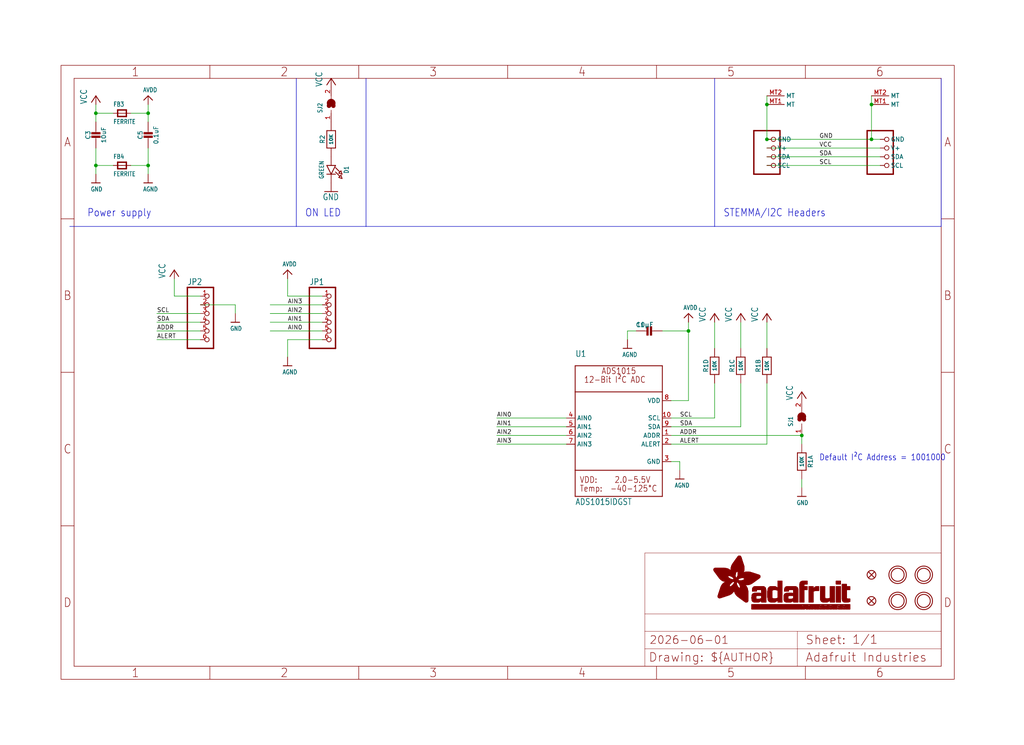
<source format=kicad_sch>
(kicad_sch (version 20230121) (generator eeschema)
  (paper "User" 298.45 217.322)
  (lib_symbols
    (symbol "working-eagle-import:ADC_ADS1015"
      (property "Reference" "U" (at -12.7 20.32 0))
      (symbol "ADC_ADS1015_1_0"
        (text "-40-125°C" (at -2.54 -19.05 0) (effects (font (size 1.778 1.5113)) (justify left bottom)))
        (text "12-Bit I²C ADC" (at -10.16 12.7 0) (effects (font (size 1.778 1.5113)) (justify left bottom)))
        (text "2.0-5.5V" (at -1.27 -16.51 0) (effects (font (size 1.778 1.5113)) (justify left bottom)))
        (text "ADS1015" (at -5.08 15.24 0) (effects (font (size 1.778 1.5113)) (justify left bottom)))
        (text "Temp:" (at -11.43 -19.05 0) (effects (font (size 1.778 1.5113)) (justify left bottom)))
        (text "VDD:" (at -11.43 -16.51 0) (effects (font (size 1.778 1.5113)) (justify left bottom)))
        (pin bidirectional line (at 15.24 -2.54 180) (length 2.54) (name "ADDR") (number "1"))
        (pin bidirectional line (at 15.24 2.54 180) (length 2.54) (name "SCL") (number "10"))
        (pin bidirectional line (at 15.24 -5.08 180) (length 2.54) (name "ALERT") (number "2"))
        (pin bidirectional line (at 15.24 -10.16 180) (length 2.54) (name "GND") (number "3"))
        (pin bidirectional line (at -15.24 2.54 0) (length 2.54) (name "AIN0") (number "4"))
        (pin bidirectional line (at -15.24 0 0) (length 2.54) (name "AIN1") (number "5"))
        (pin bidirectional line (at -15.24 -2.54 0) (length 2.54) (name "AIN2") (number "6"))
        (pin bidirectional line (at -15.24 -5.08 0) (length 2.54) (name "AIN3") (number "7"))
        (pin bidirectional line (at 15.24 7.62 180) (length 2.54) (name "VDD") (number "8"))
        (pin bidirectional line (at 15.24 0 180) (length 2.54) (name "SDA") (number "9"))
      )
    )
    (symbol "working-eagle-import:AGND" (power)
      (property "Value" "AGND" (at -1.524 -2.54 0))
      (symbol "AGND_1_0"
        (pin power_in line (at 0 2.54 270) (length 2.54) (name "AGND") (number "1"))
      )
    )
    (symbol "working-eagle-import:AVDD" (power)
      (property "Value" "AVDD" (at -1.524 1.016 0))
      (symbol "AVDD_1_0"
        (pin power_in line (at 0 -2.54 90) (length 2.54) (name "AVDD") (number "1"))
      )
    )
    (symbol "working-eagle-import:CAP_CERAMIC0603_NO"
      (property "Reference" "C" (at -2.29 1.25 90))
      (symbol "CAP_CERAMIC0603_NO_1_0"
        (pin passive line (at 0 5.08 270) (length 2.54) (name "1") (number "1"))
        (pin passive line (at 0 -2.54 90) (length 2.54) (name "2") (number "2"))
      )
    )
    (symbol "working-eagle-import:CAP_CERAMIC0805-NOOUTLINE"
      (property "Reference" "C" (at -2.29 1.25 90))
      (symbol "CAP_CERAMIC0805-NOOUTLINE_1_0"
        (pin passive line (at 0 5.08 270) (length 2.54) (name "1") (number "1"))
        (pin passive line (at 0 -2.54 90) (length 2.54) (name "2") (number "2"))
      )
    )
    (symbol "working-eagle-import:FERRITE-0603NO"
      (property "Reference" "FB" (at -1.27 1.905 0))
      (symbol "FERRITE-0603NO_1_0"
        (pin passive line (at -2.54 0 0) (length 2.54) (name "P$1") (number "1"))
        (pin passive line (at 2.54 0 180) (length 2.54) (name "P$2") (number "2"))
      )
    )
    (symbol "working-eagle-import:FIDUCIAL_1MM")
    (symbol "working-eagle-import:FRAME_A4_ADAFRUIT"
      (symbol "FRAME_A4_ADAFRUIT_1_0"
        (text "${#}/${##}" (at 230.505 10.16 0) (effects (font (size 2.54 2.54)) (justify left bottom)))
        (text "${AUTHOR}" (at 189.23 5.08 0) (effects (font (size 2.286 2.286)) (justify left bottom)))
        (text "${CURRENT_DATE}" (at 171.45 10.16 0) (effects (font (size 2.286 2.286)) (justify left bottom)))
        (text "${PROJECTNAME}" (at 171.45 15.24 0) (effects (font (size 2.54 2.54)) (justify left bottom)))
        (text "1" (at 21.6958 1.905 0) (effects (font (size 2.54 2.286))))
        (text "1" (at 21.6958 177.165 0) (effects (font (size 2.54 2.286))))
        (text "2" (at 65.0875 1.905 0) (effects (font (size 2.54 2.286))))
        (text "2" (at 65.0875 177.165 0) (effects (font (size 2.54 2.286))))
        (text "3" (at 108.4792 1.905 0) (effects (font (size 2.54 2.286))))
        (text "3" (at 108.4792 177.165 0) (effects (font (size 2.54 2.286))))
        (text "4" (at 151.8708 1.905 0) (effects (font (size 2.54 2.286))))
        (text "4" (at 151.8708 177.165 0) (effects (font (size 2.54 2.286))))
        (text "5" (at 195.2625 1.905 0) (effects (font (size 2.54 2.286))))
        (text "5" (at 195.2625 177.165 0) (effects (font (size 2.54 2.286))))
        (text "6" (at 238.6542 1.905 0) (effects (font (size 2.54 2.286))))
        (text "6" (at 238.6542 177.165 0) (effects (font (size 2.54 2.286))))
        (text "A" (at 1.905 156.6863 0) (effects (font (size 2.54 2.286))))
        (text "A" (at 258.445 156.6863 0) (effects (font (size 2.54 2.286))))
        (text "Adafruit Industries" (at 216.916 4.953 0) (effects (font (size 2.54 2.54)) (justify left bottom)))
        (text "B" (at 1.905 111.9188 0) (effects (font (size 2.54 2.286))))
        (text "B" (at 258.445 111.9188 0) (effects (font (size 2.54 2.286))))
        (text "C" (at 1.905 67.1513 0) (effects (font (size 2.54 2.286))))
        (text "C" (at 258.445 67.1513 0) (effects (font (size 2.54 2.286))))
        (text "D" (at 1.905 22.3838 0) (effects (font (size 2.54 2.286))))
        (text "D" (at 258.445 22.3838 0) (effects (font (size 2.54 2.286))))
        (text "Drawing:" (at 171.196 4.953 0) (effects (font (size 2.54 2.54)) (justify left bottom)))
        (text "Sheet:" (at 216.916 10.033 0) (effects (font (size 2.54 2.54)) (justify left bottom)))
      )
    )
    (symbol "working-eagle-import:GND" (power)
      (property "Value" "GND" (at -1.524 -2.54 0))
      (symbol "GND_1_0"
        (pin power_in line (at 0 2.54 270) (length 2.54) (name "GND") (number "1"))
      )
    )
    (symbol "working-eagle-import:HEADER-1X670MIL"
      (property "Reference" "JP" (at -6.35 10.795 0))
      (symbol "HEADER-1X670MIL_1_0"
        (pin passive inverted (at -2.54 7.62 0) (length 2.54) (name "1") (number "1"))
        (pin passive inverted (at -2.54 5.08 0) (length 2.54) (name "2") (number "2"))
        (pin passive inverted (at -2.54 2.54 0) (length 2.54) (name "3") (number "3"))
        (pin passive inverted (at -2.54 0 0) (length 2.54) (name "4") (number "4"))
        (pin passive inverted (at -2.54 -2.54 0) (length 2.54) (name "5") (number "5"))
        (pin passive inverted (at -2.54 -5.08 0) (length 2.54) (name "6") (number "6"))
      )
    )
    (symbol "working-eagle-import:LED0603_NOOUTLINE"
      (property "Reference" "D" (at -1.27 4.445 0))
      (symbol "LED0603_NOOUTLINE_1_0"
        (pin passive line (at -5.08 0 0) (length 2.54) (name "A") (number "A"))
        (pin passive line (at 2.54 0 180) (length 2.54) (name "C") (number "C"))
      )
    )
    (symbol "working-eagle-import:MOUNTINGHOLE2.5")
    (symbol "working-eagle-import:RESISTOR_0603_NOOUT"
      (property "Reference" "R" (at 0 2.54 0))
      (symbol "RESISTOR_0603_NOOUT_1_0"
        (pin passive line (at -5.08 0 0) (length 2.54) (name "1") (number "1"))
        (pin passive line (at 5.08 0 180) (length 2.54) (name "2") (number "2"))
      )
    )
    (symbol "working-eagle-import:RESISTOR_4PACK"
      (property "Reference" "R" (at 0 2.54 0))
      (symbol "RESISTOR_4PACK_1_0"
        (pin passive line (at -5.08 0 0) (length 2.54) (name "1") (number "1"))
        (pin passive line (at 5.08 0 180) (length 2.54) (name "2") (number "8"))
      )
      (symbol "RESISTOR_4PACK_2_0"
        (pin passive line (at -5.08 0 0) (length 2.54) (name "1") (number "2"))
        (pin passive line (at 5.08 0 180) (length 2.54) (name "2") (number "7"))
      )
      (symbol "RESISTOR_4PACK_3_0"
        (pin passive line (at -5.08 0 0) (length 2.54) (name "1") (number "3"))
        (pin passive line (at 5.08 0 180) (length 2.54) (name "2") (number "6"))
      )
      (symbol "RESISTOR_4PACK_4_0"
        (pin passive line (at -5.08 0 0) (length 2.54) (name "1") (number "4"))
        (pin passive line (at 5.08 0 180) (length 2.54) (name "2") (number "5"))
      )
    )
    (symbol "working-eagle-import:SOLDERJUMPER"
      (property "Reference" "SJ" (at -2.54 2.54 0))
      (symbol "SOLDERJUMPER_1_0"
        (pin passive line (at -5.08 0 0) (length 2.54) (name "1") (number "1"))
        (pin passive line (at 5.08 0 180) (length 2.54) (name "2") (number "2"))
      )
    )
    (symbol "working-eagle-import:SOLDERJUMPERCLOSED"
      (property "Reference" "SJ" (at -2.54 2.54 0))
      (symbol "SOLDERJUMPERCLOSED_1_0"
        (pin passive line (at -5.08 0 0) (length 2.54) (name "1") (number "1"))
        (pin passive line (at 5.08 0 180) (length 2.54) (name "2") (number "2"))
      )
    )
    (symbol "working-eagle-import:STEMMA_I2C_QT"
      (symbol "STEMMA_I2C_QT_1_0"
        (pin passive inverted (at 0 5.08 0) (length 2.54) (name "GND") (number "1"))
        (pin passive inverted (at 0 2.54 0) (length 2.54) (name "V+") (number "2"))
        (pin passive inverted (at 0 0 0) (length 2.54) (name "SDA") (number "3"))
        (pin passive inverted (at 0 -2.54 0) (length 2.54) (name "SCL") (number "4"))
      )
      (symbol "STEMMA_I2C_QT_2_0"
        (pin bidirectional line (at 0 0 0) (length 5.08) (name "MT") (number "MT1"))
      )
      (symbol "STEMMA_I2C_QT_3_0"
        (pin bidirectional line (at 0 0 0) (length 5.08) (name "MT") (number "MT2"))
      )
    )
    (symbol "working-eagle-import:VCC" (power)
      (property "Value" "VCC" (at -2.54 -2.54 90))
      (symbol "VCC_1_0"
        (pin power_in line (at 0 -2.54 90) (length 2.54) (name "VCC") (number "1"))
      )
    )
    (symbol "working-eagle-import:supply1_GND" (power)
      (property "Value" "supply1_GND" (at -2.54 -2.54 0))
      (symbol "supply1_GND_1_0"
        (pin power_in line (at 0 2.54 270) (length 2.54) (name "GND") (number "1"))
      )
    )
  )
  (junction (at 254 40.64))
  (junction (at 200.66 96.52))
  (junction (at 233.68 127))
  (junction (at 27.94 33.02))
  (junction (at 223.52 30.48))
  (junction (at 43.18 33.02))
  (junction (at 27.94 48.26))
  (junction (at 223.52 40.64))
  (junction (at 43.18 48.26))
  (junction (at 254 30.48))
  (wire (pts (xy 200.66 116.84) (xy 200.66 96.52)) (stroke (width 0.1524)))
  (polyline (pts (xy 274.32 22.86) (xy 274.32 66.04)) (stroke (width 0.1524) (type solid)))
  (wire (pts (xy 254 27.94) (xy 254 30.48)) (stroke (width 0.1524)))
  (wire (pts (xy 233.68 127) (xy 233.68 129.54)) (stroke (width 0.1524)))
  (wire (pts (xy 58.42 88.9) (xy 68.58 88.9)) (stroke (width 0.1524)))
  (wire (pts (xy 38.1 33.02) (xy 43.18 33.02)) (stroke (width 0.1524)))
  (wire (pts (xy 38.1 48.26) (xy 43.18 48.26)) (stroke (width 0.1524)))
  (wire (pts (xy 68.58 88.9) (xy 68.58 91.44)) (stroke (width 0.1524)))
  (wire (pts (xy 78.74 96.52) (xy 93.98 96.52)) (stroke (width 0.1524)))
  (wire (pts (xy 185.42 96.52) (xy 182.88 96.52)) (stroke (width 0.1524)))
  (wire (pts (xy 223.52 27.94) (xy 223.52 30.48)) (stroke (width 0.1524)))
  (wire (pts (xy 43.18 33.02) (xy 43.18 35.56)) (stroke (width 0.1524)))
  (wire (pts (xy 256.54 45.72) (xy 223.52 45.72)) (stroke (width 0.1524)))
  (wire (pts (xy 83.82 99.06) (xy 83.82 104.14)) (stroke (width 0.1524)))
  (wire (pts (xy 93.98 99.06) (xy 83.82 99.06)) (stroke (width 0.1524)))
  (wire (pts (xy 223.52 101.6) (xy 223.52 93.98)) (stroke (width 0.1524)))
  (wire (pts (xy 83.82 86.36) (xy 83.82 81.28)) (stroke (width 0.1524)))
  (wire (pts (xy 27.94 30.48) (xy 27.94 33.02)) (stroke (width 0.1524)))
  (wire (pts (xy 195.58 121.92) (xy 208.28 121.92)) (stroke (width 0.1524)))
  (wire (pts (xy 50.8 86.36) (xy 50.8 81.28)) (stroke (width 0.1524)))
  (wire (pts (xy 78.74 91.44) (xy 93.98 91.44)) (stroke (width 0.1524)))
  (polyline (pts (xy 208.28 22.86) (xy 208.28 66.04)) (stroke (width 0.1524) (type solid)))
  (wire (pts (xy 195.58 124.46) (xy 215.9 124.46)) (stroke (width 0.1524)))
  (wire (pts (xy 43.18 43.18) (xy 43.18 48.26)) (stroke (width 0.1524)))
  (wire (pts (xy 93.98 86.36) (xy 83.82 86.36)) (stroke (width 0.1524)))
  (wire (pts (xy 208.28 121.92) (xy 208.28 111.76)) (stroke (width 0.1524)))
  (wire (pts (xy 215.9 101.6) (xy 215.9 93.98)) (stroke (width 0.1524)))
  (wire (pts (xy 195.58 127) (xy 233.68 127)) (stroke (width 0.1524)))
  (wire (pts (xy 58.42 86.36) (xy 50.8 86.36)) (stroke (width 0.1524)))
  (wire (pts (xy 27.94 33.02) (xy 27.94 35.56)) (stroke (width 0.1524)))
  (wire (pts (xy 233.68 139.7) (xy 233.68 142.24)) (stroke (width 0.1524)))
  (wire (pts (xy 195.58 116.84) (xy 200.66 116.84)) (stroke (width 0.1524)))
  (wire (pts (xy 223.52 43.18) (xy 256.54 43.18)) (stroke (width 0.1524)))
  (wire (pts (xy 223.52 129.54) (xy 223.52 111.76)) (stroke (width 0.1524)))
  (wire (pts (xy 58.42 99.06) (xy 45.72 99.06)) (stroke (width 0.1524)))
  (wire (pts (xy 215.9 124.46) (xy 215.9 111.76)) (stroke (width 0.1524)))
  (wire (pts (xy 58.42 96.52) (xy 45.72 96.52)) (stroke (width 0.1524)))
  (wire (pts (xy 58.42 91.44) (xy 45.72 91.44)) (stroke (width 0.1524)))
  (wire (pts (xy 78.74 88.9) (xy 93.98 88.9)) (stroke (width 0.1524)))
  (wire (pts (xy 198.12 134.62) (xy 198.12 137.16)) (stroke (width 0.1524)))
  (wire (pts (xy 43.18 33.02) (xy 43.18 30.48)) (stroke (width 0.1524)))
  (wire (pts (xy 195.58 134.62) (xy 198.12 134.62)) (stroke (width 0.1524)))
  (wire (pts (xy 27.94 50.8) (xy 27.94 48.26)) (stroke (width 0.1524)))
  (polyline (pts (xy 86.36 66.04) (xy 106.68 66.04)) (stroke (width 0.1524) (type solid)))
  (wire (pts (xy 200.66 96.52) (xy 200.66 93.98)) (stroke (width 0.1524)))
  (polyline (pts (xy 86.36 22.86) (xy 86.36 66.04)) (stroke (width 0.1524) (type solid)))
  (wire (pts (xy 165.1 127) (xy 144.78 127)) (stroke (width 0.1524)))
  (wire (pts (xy 195.58 129.54) (xy 223.52 129.54)) (stroke (width 0.1524)))
  (polyline (pts (xy 106.68 22.86) (xy 106.68 66.04)) (stroke (width 0.1524) (type solid)))
  (wire (pts (xy 58.42 93.98) (xy 45.72 93.98)) (stroke (width 0.1524)))
  (wire (pts (xy 256.54 40.64) (xy 254 40.64)) (stroke (width 0.1524)))
  (wire (pts (xy 27.94 33.02) (xy 33.02 33.02)) (stroke (width 0.1524)))
  (wire (pts (xy 223.52 30.48) (xy 223.52 40.64)) (stroke (width 0.1524)))
  (wire (pts (xy 254 40.64) (xy 223.52 40.64)) (stroke (width 0.1524)))
  (wire (pts (xy 78.74 93.98) (xy 93.98 93.98)) (stroke (width 0.1524)))
  (wire (pts (xy 223.52 48.26) (xy 256.54 48.26)) (stroke (width 0.1524)))
  (wire (pts (xy 43.18 48.26) (xy 43.18 50.8)) (stroke (width 0.1524)))
  (wire (pts (xy 182.88 96.52) (xy 182.88 99.06)) (stroke (width 0.1524)))
  (wire (pts (xy 254 30.48) (xy 254 40.64)) (stroke (width 0.1524)))
  (wire (pts (xy 144.78 121.92) (xy 165.1 121.92)) (stroke (width 0.1524)))
  (polyline (pts (xy 106.68 66.04) (xy 208.28 66.04)) (stroke (width 0.1524) (type solid)))
  (wire (pts (xy 27.94 48.26) (xy 33.02 48.26)) (stroke (width 0.1524)))
  (wire (pts (xy 27.94 48.26) (xy 27.94 43.18)) (stroke (width 0.1524)))
  (wire (pts (xy 165.1 129.54) (xy 144.78 129.54)) (stroke (width 0.1524)))
  (wire (pts (xy 200.66 96.52) (xy 193.04 96.52)) (stroke (width 0.1524)))
  (polyline (pts (xy 208.28 66.04) (xy 274.32 66.04)) (stroke (width 0.1524) (type solid)))
  (wire (pts (xy 208.28 101.6) (xy 208.28 93.98)) (stroke (width 0.1524)))
  (wire (pts (xy 165.1 124.46) (xy 144.78 124.46)) (stroke (width 0.1524)))
  (polyline (pts (xy 20.32 66.04) (xy 86.36 66.04)) (stroke (width 0.1524) (type solid)))
  (text "STEMMA/I2C Headers" (at 210.82 63.5 0) (effects (font (size 2.1844 1.8567)) (justify left bottom)))
  (text "Power supply" (at 25.4 63.5 0) (effects (font (size 2.1844 1.8567)) (justify left bottom)))
  (text "ON LED" (at 88.9 63.5 0) (effects (font (size 2.1844 1.8567)) (justify left bottom)))
  (text "Default I²C Address = 1001000" (at 238.76 134.62 0) (effects (font (size 1.778 1.5113)) (justify left bottom)))
  (label "ALERT" (at 45.72 99.06 0) (effects (font (size 1.2446 1.2446))))
  (label "SCL" (at 198.12 121.92 0) (effects (font (size 1.2446 1.2446))))
  (label "SDA" (at 198.12 124.46 0) (effects (font (size 1.2446 1.2446))))
  (label "SDA" (at 45.72 93.98 0) (effects (font (size 1.2446 1.2446))))
  (label "VCC" (at 238.76 43.18 0) (effects (font (size 1.2446 1.2446))))
  (label "ADDR" (at 198.12 127 0) (effects (font (size 1.2446 1.2446))))
  (label "SCL" (at 238.76 48.26 0) (effects (font (size 1.2446 1.2446))))
  (label "AIN3" (at 83.82 88.9 0) (effects (font (size 1.2446 1.2446))))
  (label "AIN0" (at 144.78 121.92 0) (effects (font (size 1.2446 1.2446))))
  (label "AIN2" (at 144.78 127 0) (effects (font (size 1.2446 1.2446))))
  (label "SDA" (at 238.76 45.72 0) (effects (font (size 1.2446 1.2446))))
  (label "ADDR" (at 45.72 96.52 0) (effects (font (size 1.2446 1.2446))))
  (label "GND" (at 238.76 40.64 0) (effects (font (size 1.2446 1.2446))))
  (label "ALERT" (at 198.12 129.54 0) (effects (font (size 1.2446 1.2446))))
  (label "AIN1" (at 144.78 124.46 0) (effects (font (size 1.2446 1.2446))))
  (label "SCL" (at 45.72 91.44 0) (effects (font (size 1.2446 1.2446))))
  (label "AIN0" (at 83.82 96.52 0) (effects (font (size 1.2446 1.2446))))
  (label "AIN1" (at 83.82 93.98 0) (effects (font (size 1.2446 1.2446))))
  (label "AIN2" (at 83.82 91.44 0) (effects (font (size 1.2446 1.2446))))
  (label "AIN3" (at 144.78 129.54 0) (effects (font (size 1.2446 1.2446))))
  (symbol (lib_id "working-eagle-import:RESISTOR_4PACK") (at 233.68 134.62 270) (unit 1)
    (property "Reference" "R1" (at 236.22 134.62 0))
    (property "Value" "10K" (at 233.68 134.62 0) (effects (font (size 1.016 1.016) bold)))
    (property "Footprint" "working:RESPACK_4X0603" (effects hide))
  )
  (symbol (lib_id "working-eagle-import:GND") (at 68.58 93.98 0) (unit 1)
    (property "Reference" "#U$18" (effects hide))
    (property "Value" "GND" (at 67.056 96.52 0) (effects (font (size 1.27 1.0795)) (justify left bottom)))
  )
  (symbol (lib_id "working-eagle-import:FRAME_A4_ADAFRUIT") (at 17.78 198.12 0) (unit 1)
    (property "Reference" "#U$28" (effects hide))
    (property "Value" "FRAME_A4_ADAFRUIT" (effects hide))
  )
  (symbol (lib_id "working-eagle-import:HEADER-1X670MIL") (at 96.52 93.98 0) (unit 1)
    (property "Reference" "JP1" (at 90.17 83.185 0) (effects (font (size 1.778 1.5113)) (justify left bottom)))
    (property "Value" "HEADER-1X670MIL" (effects hide))
    (property "Footprint" "working:1X06_ROUND_70" (effects hide))
  )
  (symbol (lib_id "working-eagle-import:AVDD") (at 43.18 27.94 0) (unit 1)
    (property "Reference" "#U$9" (effects hide))
    (property "Value" "AVDD" (at 41.656 26.924 0) (effects (font (size 1.27 1.0795)) (justify left bottom)))
  )
  (symbol (lib_id "working-eagle-import:RESISTOR_0603_NOOUT") (at 96.52 40.64 90) (unit 1)
    (property "Reference" "R2" (at 93.98 40.64 0))
    (property "Value" "10K" (at 96.52 40.64 0) (effects (font (size 1.016 1.016) bold)))
    (property "Footprint" "working:0603-NO" (effects hide))
  )
  (symbol (lib_id "working-eagle-import:VCC") (at 27.94 27.94 0) (unit 1)
    (property "Reference" "#P+3" (effects hide))
    (property "Value" "VCC" (at 25.4 30.48 90) (effects (font (size 1.778 1.5113)) (justify left bottom)))
  )
  (symbol (lib_id "working-eagle-import:STEMMA_I2C_QT") (at 254 27.94 0) (unit 3)
    (property "Reference" "CONN4" (effects hide))
    (property "Value" "STEMMA_I2C_QT" (effects hide))
    (property "Footprint" "working:JST_SH4" (effects hide))
  )
  (symbol (lib_id "working-eagle-import:GND") (at 233.68 144.78 0) (unit 1)
    (property "Reference" "#U$6" (effects hide))
    (property "Value" "GND" (at 232.156 147.32 0) (effects (font (size 1.27 1.0795)) (justify left bottom)))
  )
  (symbol (lib_id "working-eagle-import:MOUNTINGHOLE2.5") (at 269.24 167.64 0) (unit 1)
    (property "Reference" "U$29" (effects hide))
    (property "Value" "MOUNTINGHOLE2.5" (effects hide))
    (property "Footprint" "working:MOUNTINGHOLE_2.5_PLATED" (effects hide))
  )
  (symbol (lib_id "working-eagle-import:MOUNTINGHOLE2.5") (at 269.24 175.26 0) (unit 1)
    (property "Reference" "U$30" (effects hide))
    (property "Value" "MOUNTINGHOLE2.5" (effects hide))
    (property "Footprint" "working:MOUNTINGHOLE_2.5_PLATED" (effects hide))
  )
  (symbol (lib_id "working-eagle-import:AGND") (at 198.12 139.7 0) (unit 1)
    (property "Reference" "#U$5" (effects hide))
    (property "Value" "AGND" (at 196.596 142.24 0) (effects (font (size 1.27 1.0795)) (justify left bottom)))
  )
  (symbol (lib_id "working-eagle-import:FERRITE-0603NO") (at 35.56 33.02 0) (unit 1)
    (property "Reference" "FB3" (at 33.02 31.115 0) (effects (font (size 1.27 1.0795)) (justify left bottom)))
    (property "Value" "FERRITE" (at 33.02 36.195 0) (effects (font (size 1.27 1.0795)) (justify left bottom)))
    (property "Footprint" "working:0603-NO" (effects hide))
  )
  (symbol (lib_id "working-eagle-import:GND") (at 27.94 53.34 0) (unit 1)
    (property "Reference" "#U$7" (effects hide))
    (property "Value" "GND" (at 26.416 55.88 0) (effects (font (size 1.27 1.0795)) (justify left bottom)))
  )
  (symbol (lib_id "working-eagle-import:SOLDERJUMPERCLOSED") (at 96.52 30.48 90) (unit 1)
    (property "Reference" "SJ2" (at 93.98 33.02 0) (effects (font (size 1.27 1.0795)) (justify left bottom)))
    (property "Value" "SOLDERJUMPERCLOSED" (effects hide))
    (property "Footprint" "working:SOLDERJUMPER_CLOSEDWIRE" (effects hide))
  )
  (symbol (lib_id "working-eagle-import:VCC") (at 223.52 91.44 0) (unit 1)
    (property "Reference" "#P+6" (effects hide))
    (property "Value" "VCC" (at 220.98 93.98 90) (effects (font (size 1.778 1.5113)) (justify left bottom)))
  )
  (symbol (lib_id "working-eagle-import:CAP_CERAMIC0805-NOOUTLINE") (at 190.5 96.52 90) (unit 1)
    (property "Reference" "C1" (at 187.96 93.98 90) (effects (justify left bottom)))
    (property "Value" "10µF" (at 190.5 93.98 90) (effects (justify left bottom)))
    (property "Footprint" "working:0805-NO" (effects hide))
  )
  (symbol (lib_id "working-eagle-import:FIDUCIAL_1MM") (at 254 175.26 0) (unit 1)
    (property "Reference" "FID3" (effects hide))
    (property "Value" "FIDUCIAL_1MM" (effects hide))
    (property "Footprint" "working:FIDUCIAL_1MM" (effects hide))
  )
  (symbol (lib_id "working-eagle-import:AGND") (at 182.88 101.6 0) (unit 1)
    (property "Reference" "#U$2" (effects hide))
    (property "Value" "AGND" (at 181.356 104.14 0) (effects (font (size 1.27 1.0795)) (justify left bottom)))
  )
  (symbol (lib_id "working-eagle-import:CAP_CERAMIC0805-NOOUTLINE") (at 27.94 40.64 0) (unit 1)
    (property "Reference" "C3" (at 25.65 39.39 90))
    (property "Value" "10uF" (at 30.24 39.39 90))
    (property "Footprint" "working:0805-NO" (effects hide))
  )
  (symbol (lib_id "working-eagle-import:STEMMA_I2C_QT") (at 254 30.48 0) (unit 2)
    (property "Reference" "CONN4" (effects hide))
    (property "Value" "STEMMA_I2C_QT" (effects hide))
    (property "Footprint" "working:JST_SH4" (effects hide))
  )
  (symbol (lib_id "working-eagle-import:VCC") (at 208.28 91.44 0) (unit 1)
    (property "Reference" "#P+1" (effects hide))
    (property "Value" "VCC" (at 205.74 93.98 90) (effects (font (size 1.778 1.5113)) (justify left bottom)))
  )
  (symbol (lib_id "working-eagle-import:MOUNTINGHOLE2.5") (at 261.62 167.64 0) (unit 1)
    (property "Reference" "U$27" (effects hide))
    (property "Value" "MOUNTINGHOLE2.5" (effects hide))
    (property "Footprint" "working:MOUNTINGHOLE_2.5_PLATED" (effects hide))
  )
  (symbol (lib_id "working-eagle-import:STEMMA_I2C_QT") (at 223.52 30.48 0) (unit 2)
    (property "Reference" "CONN3" (effects hide))
    (property "Value" "STEMMA_I2C_QT" (effects hide))
    (property "Footprint" "working:JST_SH4" (effects hide))
  )
  (symbol (lib_id "working-eagle-import:HEADER-1X670MIL") (at 60.96 93.98 0) (unit 1)
    (property "Reference" "JP2" (at 54.61 83.185 0) (effects (font (size 1.778 1.5113)) (justify left bottom)))
    (property "Value" "HEADER-1X670MIL" (effects hide))
    (property "Footprint" "working:1X06_ROUND_70" (effects hide))
  )
  (symbol (lib_id "working-eagle-import:VCC") (at 233.68 114.3 0) (unit 1)
    (property "Reference" "#P+7" (effects hide))
    (property "Value" "VCC" (at 231.14 116.84 90) (effects (font (size 1.778 1.5113)) (justify left bottom)))
  )
  (symbol (lib_id "working-eagle-import:AVDD") (at 200.66 91.44 0) (unit 1)
    (property "Reference" "#U$10" (effects hide))
    (property "Value" "AVDD" (at 199.136 90.424 0) (effects (font (size 1.27 1.0795)) (justify left bottom)))
  )
  (symbol (lib_id "working-eagle-import:FERRITE-0603NO") (at 35.56 48.26 0) (unit 1)
    (property "Reference" "FB4" (at 33.02 46.355 0) (effects (font (size 1.27 1.0795)) (justify left bottom)))
    (property "Value" "FERRITE" (at 33.02 51.435 0) (effects (font (size 1.27 1.0795)) (justify left bottom)))
    (property "Footprint" "working:0603-NO" (effects hide))
  )
  (symbol (lib_id "working-eagle-import:AGND") (at 43.18 53.34 0) (unit 1)
    (property "Reference" "#U$19" (effects hide))
    (property "Value" "AGND" (at 41.656 55.88 0) (effects (font (size 1.27 1.0795)) (justify left bottom)))
  )
  (symbol (lib_id "working-eagle-import:RESISTOR_4PACK") (at 215.9 106.68 90) (unit 3)
    (property "Reference" "R1" (at 213.36 106.68 0))
    (property "Value" "10K" (at 215.9 106.68 0) (effects (font (size 1.016 1.016) bold)))
    (property "Footprint" "working:RESPACK_4X0603" (effects hide))
  )
  (symbol (lib_id "working-eagle-import:VCC") (at 96.52 22.86 0) (unit 1)
    (property "Reference" "#P+5" (effects hide))
    (property "Value" "VCC" (at 93.98 25.4 90) (effects (font (size 1.778 1.5113)) (justify left bottom)))
  )
  (symbol (lib_id "working-eagle-import:RESISTOR_4PACK") (at 223.52 106.68 90) (unit 2)
    (property "Reference" "R1" (at 220.98 106.68 0))
    (property "Value" "10K" (at 223.52 106.68 0) (effects (font (size 1.016 1.016) bold)))
    (property "Footprint" "working:RESPACK_4X0603" (effects hide))
  )
  (symbol (lib_id "working-eagle-import:STEMMA_I2C_QT") (at 223.52 27.94 0) (unit 3)
    (property "Reference" "CONN3" (effects hide))
    (property "Value" "STEMMA_I2C_QT" (effects hide))
    (property "Footprint" "working:JST_SH4" (effects hide))
  )
  (symbol (lib_id "working-eagle-import:STEMMA_I2C_QT") (at 256.54 45.72 0) (unit 1)
    (property "Reference" "CONN4" (effects hide))
    (property "Value" "STEMMA_I2C_QT" (effects hide))
    (property "Footprint" "working:JST_SH4" (effects hide))
  )
  (symbol (lib_id "working-eagle-import:LED0603_NOOUTLINE") (at 96.52 50.8 270) (unit 1)
    (property "Reference" "D1" (at 100.965 49.53 0) (effects (font (size 1.27 1.0795))))
    (property "Value" "GREEN" (at 93.726 49.53 0) (effects (font (size 1.27 1.0795))))
    (property "Footprint" "working:CHIPLED_0603_NOOUTLINE" (effects hide))
  )
  (symbol (lib_id "working-eagle-import:MOUNTINGHOLE2.5") (at 261.62 175.26 0) (unit 1)
    (property "Reference" "U$25" (effects hide))
    (property "Value" "MOUNTINGHOLE2.5" (effects hide))
    (property "Footprint" "working:MOUNTINGHOLE_2.5_PLATED" (effects hide))
  )
  (symbol (lib_id "working-eagle-import:AVDD") (at 83.82 78.74 0) (unit 1)
    (property "Reference" "#U$11" (effects hide))
    (property "Value" "AVDD" (at 82.296 77.724 0) (effects (font (size 1.27 1.0795)) (justify left bottom)))
  )
  (symbol (lib_id "working-eagle-import:FIDUCIAL_1MM") (at 254 167.64 0) (unit 1)
    (property "Reference" "FID4" (effects hide))
    (property "Value" "FIDUCIAL_1MM" (effects hide))
    (property "Footprint" "working:FIDUCIAL_1MM" (effects hide))
  )
  (symbol (lib_id "working-eagle-import:AGND") (at 83.82 106.68 0) (unit 1)
    (property "Reference" "#U$12" (effects hide))
    (property "Value" "AGND" (at 82.296 109.22 0) (effects (font (size 1.27 1.0795)) (justify left bottom)))
  )
  (symbol (lib_id "working-eagle-import:SOLDERJUMPER") (at 233.68 121.92 90) (unit 1)
    (property "Reference" "SJ1" (at 231.14 124.46 0) (effects (font (size 1.27 1.0795)) (justify left bottom)))
    (property "Value" "SOLDERJUMPER" (effects hide))
    (property "Footprint" "working:SOLDERJUMPER_ARROW_NOPASTE" (effects hide))
  )
  (symbol (lib_id "working-eagle-import:RESISTOR_4PACK") (at 208.28 106.68 90) (unit 4)
    (property "Reference" "R1" (at 205.74 106.68 0))
    (property "Value" "10K" (at 208.28 106.68 0) (effects (font (size 1.016 1.016) bold)))
    (property "Footprint" "working:RESPACK_4X0603" (effects hide))
  )
  (symbol (lib_id "working-eagle-import:supply1_GND") (at 96.52 55.88 0) (unit 1)
    (property "Reference" "#GND6" (effects hide))
    (property "Value" "GND" (at 93.98 58.42 0) (effects (font (size 1.778 1.5113)) (justify left bottom)))
  )
  (symbol (lib_id "working-eagle-import:STEMMA_I2C_QT") (at 223.52 45.72 0) (unit 1)
    (property "Reference" "CONN3" (effects hide))
    (property "Value" "STEMMA_I2C_QT" (effects hide))
    (property "Footprint" "working:JST_SH4" (effects hide))
  )
  (symbol (lib_id "working-eagle-import:VCC") (at 50.8 78.74 0) (unit 1)
    (property "Reference" "#P+4" (effects hide))
    (property "Value" "VCC" (at 48.26 81.28 90) (effects (font (size 1.778 1.5113)) (justify left bottom)))
  )
  (symbol (lib_id "working-eagle-import:ADC_ADS1015") (at 180.34 124.46 0) (unit 1)
    (property "Reference" "U1" (at 167.64 104.14 0) (effects (font (size 1.778 1.5113)) (justify left bottom)))
    (property "Value" "ADS1015IDGST" (at 167.64 147.32 0) (effects (font (size 1.778 1.5113)) (justify left bottom)))
    (property "Footprint" "working:MSOP10" (effects hide))
  )
  (symbol (lib_id "working-eagle-import:CAP_CERAMIC0603_NO") (at 43.18 40.64 0) (unit 1)
    (property "Reference" "C5" (at 40.89 39.39 90))
    (property "Value" "0.1uF" (at 45.48 39.39 90))
    (property "Footprint" "working:0603-NO" (effects hide))
  )
  (symbol (lib_id "working-eagle-import:VCC") (at 215.9 91.44 0) (unit 1)
    (property "Reference" "#P+2" (effects hide))
    (property "Value" "VCC" (at 213.36 93.98 90) (effects (font (size 1.778 1.5113)) (justify left bottom)))
  )
)
</source>
